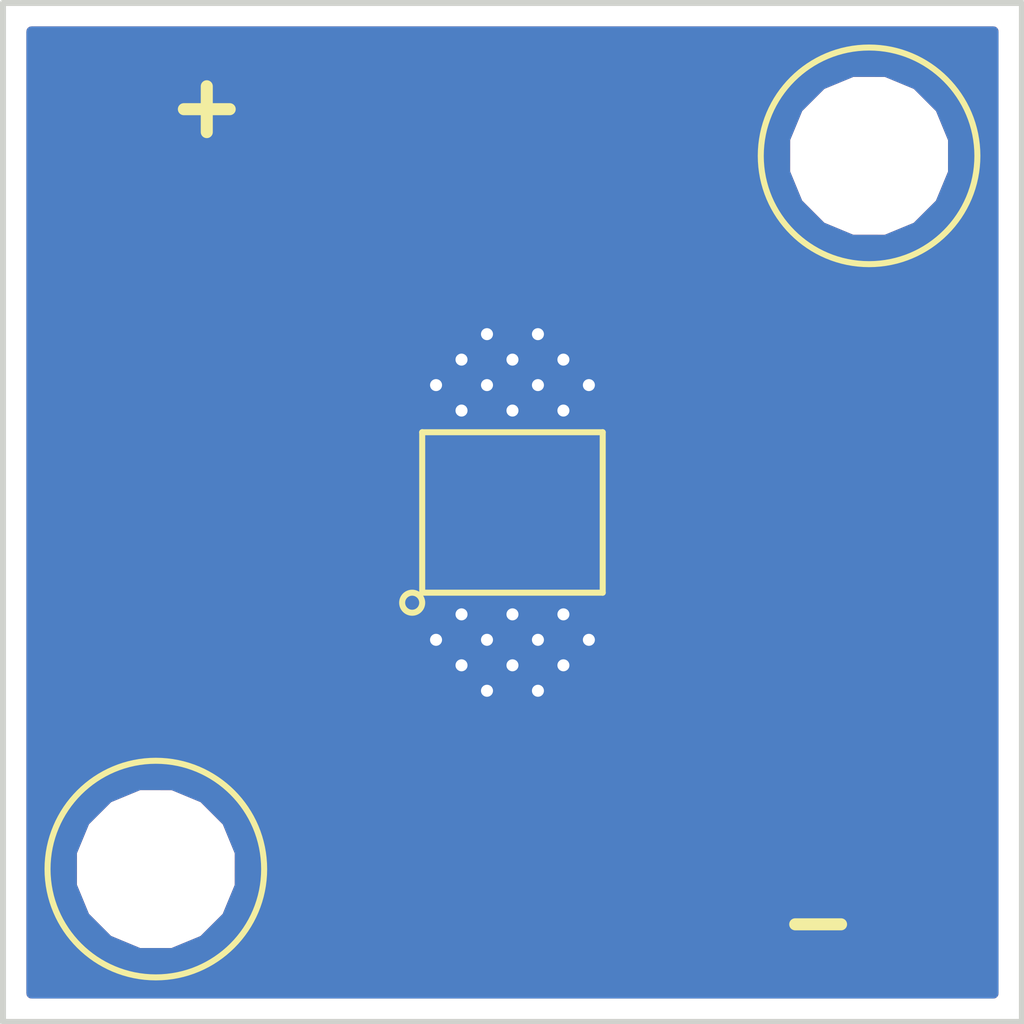
<source format=kicad_pcb>
(kicad_pcb (version 4) (host pcbnew 4.0.0-rc1-stable)

  (general
    (links 2)
    (no_connects 0)
    (area -0.075001 -0.075001 25.475001 25.475001)
    (thickness 1.6)
    (drawings 6)
    (tracks 9)
    (zones 0)
    (modules 29)
    (nets 4)
  )

  (page A4)
  (layers
    (0 F.Cu signal)
    (31 B.Cu signal)
    (32 B.Adhes user)
    (33 F.Adhes user)
    (34 B.Paste user)
    (35 F.Paste user)
    (36 B.SilkS user)
    (37 F.SilkS user)
    (38 B.Mask user)
    (39 F.Mask user)
    (40 Dwgs.User user)
    (41 Cmts.User user)
    (42 Eco1.User user)
    (43 Eco2.User user)
    (44 Edge.Cuts user)
    (45 Margin user)
    (46 B.CrtYd user)
    (47 F.CrtYd user)
    (48 B.Fab user)
    (49 F.Fab user)
  )

  (setup
    (last_trace_width 0.25)
    (trace_clearance 0.2)
    (zone_clearance 0.508)
    (zone_45_only no)
    (trace_min 0.2)
    (segment_width 0.2)
    (edge_width 0.15)
    (via_size 0.6)
    (via_drill 0.4)
    (via_min_size 0.4)
    (via_min_drill 0.3)
    (uvia_size 0.3)
    (uvia_drill 0.1)
    (uvias_allowed no)
    (uvia_min_size 0.2)
    (uvia_min_drill 0.1)
    (pcb_text_width 0.3)
    (pcb_text_size 1.5 1.5)
    (mod_edge_width 0.15)
    (mod_text_size 1 1)
    (mod_text_width 0.15)
    (pad_size 0.6 0.6)
    (pad_drill 0.3)
    (pad_to_mask_clearance 0)
    (aux_axis_origin 0 0)
    (visible_elements FFFFFF7F)
    (pcbplotparams
      (layerselection 0x00030_80000001)
      (usegerberextensions false)
      (excludeedgelayer true)
      (linewidth 0.100000)
      (plotframeref false)
      (viasonmask false)
      (mode 1)
      (useauxorigin false)
      (hpglpennumber 1)
      (hpglpenspeed 20)
      (hpglpendiameter 15)
      (hpglpenoverlay 2)
      (psnegative false)
      (psa4output false)
      (plotreference true)
      (plotvalue true)
      (plotinvisibletext false)
      (padsonsilk false)
      (subtractmaskfromsilk false)
      (outputformat 1)
      (mirror false)
      (drillshape 1)
      (scaleselection 1)
      (outputdirectory ""))
  )

  (net 0 "")
  (net 1 "Net-(D1-Pad1)")
  (net 2 "Net-(D1-Pad2)")
  (net 3 Thermal)

  (net_class Default "This is the default net class."
    (clearance 0.2)
    (trace_width 0.25)
    (via_dia 0.6)
    (via_drill 0.4)
    (uvia_dia 0.3)
    (uvia_drill 0.1)
    (add_net "Net-(D1-Pad1)")
    (add_net "Net-(D1-Pad2)")
    (add_net Thermal)
  )

  (module .pretty:VIA-0.6mm (layer F.Cu) (tedit 57E9704B) (tstamp 57E97107)
    (at 12.065 8.255 180)
    (fp_text reference REF** (at 0 1.397 180) (layer F.SilkS) hide
      (effects (font (size 1 1) (thickness 0.15)))
    )
    (fp_text value VIA-0.6mm (at 0 -1.27 180) (layer F.Fab) hide
      (effects (font (size 1 1) (thickness 0.15)))
    )
    (pad 1 thru_hole circle (at 0 0 180) (size 0.6 0.6) (drill 0.3) (layers *.Cu)
      (net 3 Thermal))
  )

  (module .pretty:VIA-0.6mm (layer F.Cu) (tedit 57E9704B) (tstamp 57E97103)
    (at 13.335 8.255 180)
    (fp_text reference REF** (at 0 1.397 180) (layer F.SilkS) hide
      (effects (font (size 1 1) (thickness 0.15)))
    )
    (fp_text value VIA-0.6mm (at 0 -1.27 180) (layer F.Fab) hide
      (effects (font (size 1 1) (thickness 0.15)))
    )
    (pad 1 thru_hole circle (at 0 0 180) (size 0.6 0.6) (drill 0.3) (layers *.Cu)
      (net 3 Thermal))
  )

  (module .pretty:VIA-0.6mm (layer F.Cu) (tedit 57E9704B) (tstamp 57E970FF)
    (at 13.97 8.89 180)
    (fp_text reference REF** (at 0 1.397 180) (layer F.SilkS) hide
      (effects (font (size 1 1) (thickness 0.15)))
    )
    (fp_text value VIA-0.6mm (at 0 -1.27 180) (layer F.Fab) hide
      (effects (font (size 1 1) (thickness 0.15)))
    )
    (pad 1 thru_hole circle (at 0 0 180) (size 0.6 0.6) (drill 0.3) (layers *.Cu)
      (net 3 Thermal))
  )

  (module .pretty:VIA-0.6mm (layer F.Cu) (tedit 57E9704B) (tstamp 57E970FB)
    (at 12.7 8.89 180)
    (fp_text reference REF** (at 0 1.397 180) (layer F.SilkS) hide
      (effects (font (size 1 1) (thickness 0.15)))
    )
    (fp_text value VIA-0.6mm (at 0 -1.27 180) (layer F.Fab) hide
      (effects (font (size 1 1) (thickness 0.15)))
    )
    (pad 1 thru_hole circle (at 0 0 180) (size 0.6 0.6) (drill 0.3) (layers *.Cu)
      (net 3 Thermal))
  )

  (module .pretty:VIA-0.6mm (layer F.Cu) (tedit 57E9704B) (tstamp 57E970F7)
    (at 11.43 8.89 180)
    (fp_text reference REF** (at 0 1.397 180) (layer F.SilkS) hide
      (effects (font (size 1 1) (thickness 0.15)))
    )
    (fp_text value VIA-0.6mm (at 0 -1.27 180) (layer F.Fab) hide
      (effects (font (size 1 1) (thickness 0.15)))
    )
    (pad 1 thru_hole circle (at 0 0 180) (size 0.6 0.6) (drill 0.3) (layers *.Cu)
      (net 3 Thermal))
  )

  (module .pretty:VIA-0.6mm (layer F.Cu) (tedit 57E9704B) (tstamp 57E970F3)
    (at 10.795 9.525 180)
    (fp_text reference REF** (at 0 1.397 180) (layer F.SilkS) hide
      (effects (font (size 1 1) (thickness 0.15)))
    )
    (fp_text value VIA-0.6mm (at 0 -1.27 180) (layer F.Fab) hide
      (effects (font (size 1 1) (thickness 0.15)))
    )
    (pad 1 thru_hole circle (at 0 0 180) (size 0.6 0.6) (drill 0.3) (layers *.Cu)
      (net 3 Thermal))
  )

  (module .pretty:VIA-0.6mm (layer F.Cu) (tedit 57E9704B) (tstamp 57E970EF)
    (at 14.605 9.525 180)
    (fp_text reference REF** (at 0 1.397 180) (layer F.SilkS) hide
      (effects (font (size 1 1) (thickness 0.15)))
    )
    (fp_text value VIA-0.6mm (at 0 -1.27 180) (layer F.Fab) hide
      (effects (font (size 1 1) (thickness 0.15)))
    )
    (pad 1 thru_hole circle (at 0 0 180) (size 0.6 0.6) (drill 0.3) (layers *.Cu)
      (net 3 Thermal))
  )

  (module .pretty:VIA-0.6mm (layer F.Cu) (tedit 57E9704B) (tstamp 57E970EB)
    (at 13.335 9.525 180)
    (fp_text reference REF** (at 0 1.397 180) (layer F.SilkS) hide
      (effects (font (size 1 1) (thickness 0.15)))
    )
    (fp_text value VIA-0.6mm (at 0 -1.27 180) (layer F.Fab) hide
      (effects (font (size 1 1) (thickness 0.15)))
    )
    (pad 1 thru_hole circle (at 0 0 180) (size 0.6 0.6) (drill 0.3) (layers *.Cu)
      (net 3 Thermal))
  )

  (module .pretty:VIA-0.6mm (layer F.Cu) (tedit 57E9704B) (tstamp 57E970E7)
    (at 12.065 9.525 180)
    (fp_text reference REF** (at 0 1.397 180) (layer F.SilkS) hide
      (effects (font (size 1 1) (thickness 0.15)))
    )
    (fp_text value VIA-0.6mm (at 0 -1.27 180) (layer F.Fab) hide
      (effects (font (size 1 1) (thickness 0.15)))
    )
    (pad 1 thru_hole circle (at 0 0 180) (size 0.6 0.6) (drill 0.3) (layers *.Cu)
      (net 3 Thermal))
  )

  (module .pretty:VIA-0.6mm (layer F.Cu) (tedit 57E9704B) (tstamp 57E970E3)
    (at 11.43 10.16 180)
    (fp_text reference REF** (at 0 1.397 180) (layer F.SilkS) hide
      (effects (font (size 1 1) (thickness 0.15)))
    )
    (fp_text value VIA-0.6mm (at 0 -1.27 180) (layer F.Fab) hide
      (effects (font (size 1 1) (thickness 0.15)))
    )
    (pad 1 thru_hole circle (at 0 0 180) (size 0.6 0.6) (drill 0.3) (layers *.Cu)
      (net 3 Thermal))
  )

  (module .pretty:VIA-0.6mm (layer F.Cu) (tedit 57E9704B) (tstamp 57E970DF)
    (at 13.97 10.16 180)
    (fp_text reference REF** (at 0 1.397 180) (layer F.SilkS) hide
      (effects (font (size 1 1) (thickness 0.15)))
    )
    (fp_text value VIA-0.6mm (at 0 -1.27 180) (layer F.Fab) hide
      (effects (font (size 1 1) (thickness 0.15)))
    )
    (pad 1 thru_hole circle (at 0 0 180) (size 0.6 0.6) (drill 0.3) (layers *.Cu)
      (net 3 Thermal))
  )

  (module .pretty:VIA-0.6mm (layer F.Cu) (tedit 57E9704B) (tstamp 57E970D9)
    (at 12.7 10.16 180)
    (fp_text reference REF** (at 0 1.397 180) (layer F.SilkS) hide
      (effects (font (size 1 1) (thickness 0.15)))
    )
    (fp_text value VIA-0.6mm (at 0 -1.27 180) (layer F.Fab) hide
      (effects (font (size 1 1) (thickness 0.15)))
    )
    (pad 1 thru_hole circle (at 0 0 180) (size 0.6 0.6) (drill 0.3) (layers *.Cu)
      (net 3 Thermal))
  )

  (module .pretty:VIA-0.6mm (layer F.Cu) (tedit 57E9704B) (tstamp 57E970B8)
    (at 13.335 17.145 180)
    (fp_text reference REF** (at 0 1.397 180) (layer F.SilkS) hide
      (effects (font (size 1 1) (thickness 0.15)))
    )
    (fp_text value VIA-0.6mm (at 0 -1.27 180) (layer F.Fab) hide
      (effects (font (size 1 1) (thickness 0.15)))
    )
    (pad 1 thru_hole circle (at 0 0 180) (size 0.6 0.6) (drill 0.3) (layers *.Cu)
      (net 3 Thermal))
  )

  (module .pretty:VIA-0.6mm (layer F.Cu) (tedit 57E9704B) (tstamp 57E970B4)
    (at 12.065 17.145 180)
    (fp_text reference REF** (at 0 1.397 180) (layer F.SilkS) hide
      (effects (font (size 1 1) (thickness 0.15)))
    )
    (fp_text value VIA-0.6mm (at 0 -1.27 180) (layer F.Fab) hide
      (effects (font (size 1 1) (thickness 0.15)))
    )
    (pad 1 thru_hole circle (at 0 0 180) (size 0.6 0.6) (drill 0.3) (layers *.Cu)
      (net 3 Thermal))
  )

  (module .pretty:VIA-0.6mm (layer F.Cu) (tedit 57E9704B) (tstamp 57E970B0)
    (at 13.97 16.51 180)
    (fp_text reference REF** (at 0 1.397 180) (layer F.SilkS) hide
      (effects (font (size 1 1) (thickness 0.15)))
    )
    (fp_text value VIA-0.6mm (at 0 -1.27 180) (layer F.Fab) hide
      (effects (font (size 1 1) (thickness 0.15)))
    )
    (pad 1 thru_hole circle (at 0 0 180) (size 0.6 0.6) (drill 0.3) (layers *.Cu)
      (net 3 Thermal))
  )

  (module .pretty:VIA-0.6mm (layer F.Cu) (tedit 57E9704B) (tstamp 57E970AC)
    (at 11.43 16.51 180)
    (fp_text reference REF** (at 0 1.397 180) (layer F.SilkS) hide
      (effects (font (size 1 1) (thickness 0.15)))
    )
    (fp_text value VIA-0.6mm (at 0 -1.27 180) (layer F.Fab) hide
      (effects (font (size 1 1) (thickness 0.15)))
    )
    (pad 1 thru_hole circle (at 0 0 180) (size 0.6 0.6) (drill 0.3) (layers *.Cu)
      (net 3 Thermal))
  )

  (module .pretty:VIA-0.6mm (layer F.Cu) (tedit 57E9704B) (tstamp 57E970A8)
    (at 10.795 15.875 180)
    (fp_text reference REF** (at 0 1.397 180) (layer F.SilkS) hide
      (effects (font (size 1 1) (thickness 0.15)))
    )
    (fp_text value VIA-0.6mm (at 0 -1.27 180) (layer F.Fab) hide
      (effects (font (size 1 1) (thickness 0.15)))
    )
    (pad 1 thru_hole circle (at 0 0 180) (size 0.6 0.6) (drill 0.3) (layers *.Cu)
      (net 3 Thermal))
  )

  (module .pretty:VIA-0.6mm (layer F.Cu) (tedit 57E9704B) (tstamp 57E970A4)
    (at 14.605 15.875 180)
    (fp_text reference REF** (at 0 1.397 180) (layer F.SilkS) hide
      (effects (font (size 1 1) (thickness 0.15)))
    )
    (fp_text value VIA-0.6mm (at 0 -1.27 180) (layer F.Fab) hide
      (effects (font (size 1 1) (thickness 0.15)))
    )
    (pad 1 thru_hole circle (at 0 0 180) (size 0.6 0.6) (drill 0.3) (layers *.Cu)
      (net 3 Thermal))
  )

  (module .pretty:VIA-0.6mm (layer F.Cu) (tedit 57E9704B) (tstamp 57E9709F)
    (at 12.7 16.51 180)
    (fp_text reference REF** (at 0 1.397 180) (layer F.SilkS) hide
      (effects (font (size 1 1) (thickness 0.15)))
    )
    (fp_text value VIA-0.6mm (at 0 -1.27 180) (layer F.Fab) hide
      (effects (font (size 1 1) (thickness 0.15)))
    )
    (pad 1 thru_hole circle (at 0 0 180) (size 0.6 0.6) (drill 0.3) (layers *.Cu)
      (net 3 Thermal))
  )

  (module .pretty:VIA-0.6mm (layer F.Cu) (tedit 57E9704B) (tstamp 57E97088)
    (at 12.065 15.875 180)
    (fp_text reference REF** (at 0 1.397 180) (layer F.SilkS) hide
      (effects (font (size 1 1) (thickness 0.15)))
    )
    (fp_text value VIA-0.6mm (at 0 -1.27 180) (layer F.Fab) hide
      (effects (font (size 1 1) (thickness 0.15)))
    )
    (pad 1 thru_hole circle (at 0 0 180) (size 0.6 0.6) (drill 0.3) (layers *.Cu)
      (net 3 Thermal))
  )

  (module .pretty:VIA-0.6mm (layer F.Cu) (tedit 57E9704B) (tstamp 57E97084)
    (at 13.335 15.875 180)
    (fp_text reference REF** (at 0 1.397 180) (layer F.SilkS) hide
      (effects (font (size 1 1) (thickness 0.15)))
    )
    (fp_text value VIA-0.6mm (at 0 -1.27 180) (layer F.Fab) hide
      (effects (font (size 1 1) (thickness 0.15)))
    )
    (pad 1 thru_hole circle (at 0 0 180) (size 0.6 0.6) (drill 0.3) (layers *.Cu)
      (net 3 Thermal))
  )

  (module .pretty:VIA-0.6mm (layer F.Cu) (tedit 57E9704B) (tstamp 57E97080)
    (at 13.97 15.24 180)
    (fp_text reference REF** (at 0 1.397 180) (layer F.SilkS) hide
      (effects (font (size 1 1) (thickness 0.15)))
    )
    (fp_text value VIA-0.6mm (at 0 -1.27 180) (layer F.Fab) hide
      (effects (font (size 1 1) (thickness 0.15)))
    )
    (pad 1 thru_hole circle (at 0 0 180) (size 0.6 0.6) (drill 0.3) (layers *.Cu)
      (net 3 Thermal))
  )

  (module .pretty:VIA-0.6mm (layer F.Cu) (tedit 57E9704B) (tstamp 57E9707C)
    (at 12.7 15.24 180)
    (fp_text reference REF** (at 0 1.397 180) (layer F.SilkS) hide
      (effects (font (size 1 1) (thickness 0.15)))
    )
    (fp_text value VIA-0.6mm (at 0 -1.27 180) (layer F.Fab) hide
      (effects (font (size 1 1) (thickness 0.15)))
    )
    (pad 1 thru_hole circle (at 0 0 180) (size 0.6 0.6) (drill 0.3) (layers *.Cu)
      (net 3 Thermal))
  )

  (module .pretty:1pin (layer F.Cu) (tedit 565CC809) (tstamp 57E954EF)
    (at 3.81 21.59)
    (descr "module 1 pin (ou trou mecanique de percage)")
    (tags DEV)
    (fp_text reference REF** (at 0 -3.048) (layer F.SilkS) hide
      (effects (font (size 1 1) (thickness 0.15)))
    )
    (fp_text value 1pin (at 0 2.794) (layer F.Fab) hide
      (effects (font (size 1 1) (thickness 0.15)))
    )
    (fp_circle (center 0 0) (end 0 -2.7) (layer F.SilkS) (width 0.15))
    (pad "" np_thru_hole circle (at 0 0) (size 2.921 2.921) (drill 2.921) (layers *.Cu *.Mask))
  )

  (module .pretty:Wire_Pad5x2.5mm (layer F.Cu) (tedit 570699EE) (tstamp 57E9536D)
    (at 5.08 5.08)
    (path /57E9500D)
    (fp_text reference P2 (at 0 2.25) (layer F.SilkS) hide
      (effects (font (size 1 1) (thickness 0.15)))
    )
    (fp_text value CONN_01X01 (at 0 -2.25) (layer F.Fab) hide
      (effects (font (size 1 1) (thickness 0.15)))
    )
    (pad 1 smd rect (at 0 0) (size 5 2.5) (layers F.Cu F.Paste F.Mask)
      (net 1 "Net-(D1-Pad1)"))
  )

  (module .pretty:Wire_Pad5x2.5mm (layer F.Cu) (tedit 570699EE) (tstamp 57E95368)
    (at 20.32 20.32)
    (path /57E94FBA)
    (fp_text reference P1 (at 0 2.25) (layer F.SilkS) hide
      (effects (font (size 1 1) (thickness 0.15)))
    )
    (fp_text value CONN_01X01 (at 0 -2.25) (layer F.Fab) hide
      (effects (font (size 1 1) (thickness 0.15)))
    )
    (pad 1 smd rect (at 0 0) (size 5 2.5) (layers F.Cu F.Paste F.Mask)
      (net 2 "Net-(D1-Pad2)"))
  )

  (module .pretty:EAUVA35352 (layer F.Cu) (tedit 57E96FA3) (tstamp 57E95363)
    (at 12.7 12.7)
    (path /57E94F89)
    (fp_text reference D1 (at 0 2.75) (layer F.SilkS) hide
      (effects (font (size 1 1) (thickness 0.15)))
    )
    (fp_text value Led_W/Thermal_Pad (at 0 -2.75) (layer F.Fab) hide
      (effects (font (size 1 1) (thickness 0.15)))
    )
    (fp_circle (center -2.5 2.25) (end -2.25 2.25) (layer F.SilkS) (width 0.15))
    (fp_line (start -2.25 -2) (end -2.25 2) (layer F.SilkS) (width 0.15))
    (fp_line (start -2.25 2) (end 2.25 2) (layer F.SilkS) (width 0.15))
    (fp_line (start 2.25 2) (end 2.25 -2) (layer F.SilkS) (width 0.15))
    (fp_line (start -2.25 -2) (end 2.25 -2) (layer F.SilkS) (width 0.15))
    (pad 1 smd rect (at -1.35 0) (size 0.8 3.3) (layers F.Cu F.Paste F.Mask)
      (net 1 "Net-(D1-Pad1)"))
    (pad 2 smd rect (at 1.35 0) (size 0.8 3.3) (layers F.Cu F.Paste F.Mask)
      (net 2 "Net-(D1-Pad2)"))
    (pad 3 smd rect (at 0 0) (size 1.3 3.3) (layers F.Cu F.Paste F.Mask)
      (net 3 Thermal))
  )

  (module .pretty:1pin (layer F.Cu) (tedit 565CC809) (tstamp 57E954FA)
    (at 21.59 3.81)
    (descr "module 1 pin (ou trou mecanique de percage)")
    (tags DEV)
    (fp_text reference REF** (at 0 -3.048) (layer F.SilkS) hide
      (effects (font (size 1 1) (thickness 0.15)))
    )
    (fp_text value 1pin (at 0 2.794) (layer F.Fab) hide
      (effects (font (size 1 1) (thickness 0.15)))
    )
    (fp_circle (center 0 0) (end 0 -2.7) (layer F.SilkS) (width 0.15))
    (pad "" np_thru_hole circle (at 0 0) (size 2.921 2.921) (drill 2.921) (layers *.Cu *.Mask))
  )

  (module .pretty:VIA-0.6mm (layer F.Cu) (tedit 57E9704B) (tstamp 57E96EC3)
    (at 11.43 15.24 180)
    (fp_text reference REF** (at 0 1.397 180) (layer F.SilkS) hide
      (effects (font (size 1 1) (thickness 0.15)))
    )
    (fp_text value VIA-0.6mm (at 0 -1.27 180) (layer F.Fab) hide
      (effects (font (size 1 1) (thickness 0.15)))
    )
    (pad 1 thru_hole circle (at 0 0 180) (size 0.6 0.6) (drill 0.3) (layers *.Cu)
      (net 3 Thermal))
  )

  (gr_text - (at 20.32 22.86) (layer F.SilkS) (tstamp 57E954BB)
    (effects (font (size 1.5 1.5) (thickness 0.3)))
  )
  (gr_text + (at 5.08 2.54) (layer F.SilkS)
    (effects (font (size 1.5 1.5) (thickness 0.3)))
  )
  (gr_line (start 0 25.4) (end 0 0) (layer Edge.Cuts) (width 0.15))
  (gr_line (start 25.4 25.4) (end 0 25.4) (layer Edge.Cuts) (width 0.15))
  (gr_line (start 25.4 0) (end 25.4 25.4) (layer Edge.Cuts) (width 0.15))
  (gr_line (start 0 0) (end 25.4 0) (layer Edge.Cuts) (width 0.15))

  (segment (start 5.08 5.08) (end 5.08 11.816846) (width 0.635) (layer F.Cu) (net 1))
  (segment (start 5.08 11.816846) (end 5.963154 12.7) (width 0.635) (layer F.Cu) (net 1))
  (segment (start 5.963154 12.7) (end 11.35 12.7) (width 0.635) (layer F.Cu) (net 1))
  (segment (start 19.027567 12.7) (end 14.05 12.7) (width 0.635) (layer F.Cu) (net 2))
  (segment (start 20.32 20.32) (end 20.32 14.010632) (width 0.635) (layer F.Cu) (net 2))
  (segment (start 19.027567 12.7) (end 19.027567 12.718199) (width 0.635) (layer F.Cu) (net 2))
  (segment (start 19.027567 12.718199) (end 20.32 14.010632) (width 0.635) (layer F.Cu) (net 2))
  (segment (start 12.7 12.7) (end 12.7 16.51) (width 1.27) (layer F.Cu) (net 3))
  (segment (start 12.7 12.7) (end 12.7 8.89) (width 1.27) (layer F.Cu) (net 3))

  (zone (net 3) (net_name Thermal) (layer F.Cu) (tstamp 0) (hatch edge 0.508)
    (priority 1)
    (connect_pads (clearance 0.508))
    (min_thickness 0.254)
    (fill yes (arc_segments 16) (thermal_gap 0.508) (thermal_bridge_width 0.508))
    (polygon
      (pts
        (xy 25.4 25.4) (xy 0 25.4) (xy 0 0) (xy 25.4 0) (xy 25.4 25.4)
      )
    )
    (filled_polygon
      (pts
        (xy 24.69 24.69) (xy 0.71 24.69) (xy 0.71 22.004992) (xy 1.714137 22.004992) (xy 2.032486 22.775455)
        (xy 2.621445 23.365442) (xy 3.391351 23.685135) (xy 4.224992 23.685863) (xy 4.995455 23.367514) (xy 5.585442 22.778555)
        (xy 5.905135 22.008649) (xy 5.905863 21.175008) (xy 5.587514 20.404545) (xy 4.998555 19.814558) (xy 4.228649 19.494865)
        (xy 3.395008 19.494137) (xy 2.624545 19.812486) (xy 2.034558 20.401445) (xy 1.714865 21.171351) (xy 1.714137 22.004992)
        (xy 0.71 22.004992) (xy 0.71 17.789424) (xy 11.600181 17.789424) (xy 11.612393 17.984025) (xy 11.967927 18.093363)
        (xy 12.338239 18.058322) (xy 12.517607 17.984025) (xy 12.529819 17.789424) (xy 12.870181 17.789424) (xy 12.882393 17.984025)
        (xy 13.237927 18.093363) (xy 13.608239 18.058322) (xy 13.787607 17.984025) (xy 13.799819 17.789424) (xy 13.335 17.324605)
        (xy 12.870181 17.789424) (xy 12.529819 17.789424) (xy 12.065 17.324605) (xy 11.600181 17.789424) (xy 0.71 17.789424)
        (xy 0.71 16.519424) (xy 10.330181 16.519424) (xy 10.342393 16.714025) (xy 10.515156 16.767155) (xy 10.516678 16.783239)
        (xy 10.590975 16.962607) (xy 10.785576 16.974819) (xy 10.962022 16.798373) (xy 11.068239 16.788322) (xy 11.215193 16.727451)
        (xy 11.136604 16.983001) (xy 10.965181 17.154424) (xy 10.977393 17.349025) (xy 11.150156 17.402155) (xy 11.151678 17.418239)
        (xy 11.225975 17.597607) (xy 11.420576 17.609819) (xy 11.597022 17.433373) (xy 11.703239 17.423322) (xy 11.882607 17.349025)
        (xy 11.894819 17.154424) (xy 11.420576 16.680181) (xy 11.249055 16.690945) (xy 11.259819 16.519424) (xy 10.785576 16.045181)
        (xy 10.590975 16.057393) (xy 10.501604 16.348001) (xy 10.330181 16.519424) (xy 0.71 16.519424) (xy 0.71 15.777927)
        (xy 9.846637 15.777927) (xy 9.881678 16.148239) (xy 9.955975 16.327607) (xy 10.150576 16.339819) (xy 10.615395 15.875)
        (xy 10.150576 15.410181) (xy 9.955975 15.422393) (xy 9.846637 15.777927) (xy 0.71 15.777927) (xy 0.71 3.83)
        (xy 1.93256 3.83) (xy 1.93256 6.33) (xy 1.976838 6.565317) (xy 2.11591 6.781441) (xy 2.32811 6.926431)
        (xy 2.58 6.97744) (xy 4.1275 6.97744) (xy 4.1275 11.816846) (xy 4.200005 12.181352) (xy 4.406481 12.490365)
        (xy 5.289635 13.373519) (xy 5.598648 13.579995) (xy 5.963154 13.6525) (xy 10.30256 13.6525) (xy 10.30256 14.35)
        (xy 10.346838 14.585317) (xy 10.48591 14.801441) (xy 10.569161 14.858324) (xy 10.537845 14.960156) (xy 10.521761 14.961678)
        (xy 10.342393 15.035975) (xy 10.330181 15.230576) (xy 10.506627 15.407022) (xy 10.516678 15.513239) (xy 10.590975 15.692607)
        (xy 10.785576 15.704819) (xy 11.259819 15.230576) (xy 11.258149 15.203961) (xy 11.415858 15.046253) (xy 11.43 15.060395)
        (xy 11.444143 15.046253) (xy 11.601851 15.203961) (xy 11.600181 15.230576) (xy 11.776627 15.407022) (xy 11.786678 15.513239)
        (xy 11.847549 15.660193) (xy 11.709844 15.617845) (xy 11.708322 15.601761) (xy 11.634025 15.422393) (xy 11.439424 15.410181)
        (xy 11.43 15.419605) (xy 11.420576 15.410181) (xy 11.225975 15.422393) (xy 11.172845 15.595156) (xy 11.156761 15.596678)
        (xy 10.977393 15.670975) (xy 10.965181 15.865576) (xy 10.974605 15.875) (xy 10.965181 15.884424) (xy 10.977393 16.079025)
        (xy 11.150156 16.132155) (xy 11.151678 16.148239) (xy 11.225975 16.327607) (xy 11.420576 16.339819) (xy 11.43 16.330395)
        (xy 11.439424 16.339819) (xy 11.610945 16.329055) (xy 11.600181 16.500576) (xy 11.609605 16.51) (xy 11.600181 16.519424)
        (xy 11.612393 16.714025) (xy 11.785156 16.767155) (xy 11.786678 16.783239) (xy 11.860975 16.962607) (xy 12.055576 16.974819)
        (xy 12.065 16.965395) (xy 12.074424 16.974819) (xy 12.269025 16.962607) (xy 12.322155 16.789844) (xy 12.338239 16.788322)
        (xy 12.485193 16.727451) (xy 12.406604 16.983001) (xy 12.235181 17.154424) (xy 12.247393 17.349025) (xy 12.420156 17.402155)
        (xy 12.421678 17.418239) (xy 12.495975 17.597607) (xy 12.690576 17.609819) (xy 12.7 17.600395) (xy 12.709424 17.609819)
        (xy 12.904025 17.597607) (xy 12.957155 17.424844) (xy 12.973239 17.423322) (xy 13.152607 17.349025) (xy 13.164819 17.154424)
        (xy 13.505181 17.154424) (xy 13.517393 17.349025) (xy 13.808001 17.438396) (xy 13.979424 17.609819) (xy 14.174025 17.597607)
        (xy 14.227155 17.424844) (xy 14.243239 17.423322) (xy 14.422607 17.349025) (xy 14.434819 17.154424) (xy 14.258373 16.977978)
        (xy 14.248322 16.871761) (xy 14.187451 16.724807) (xy 14.443001 16.803396) (xy 14.614424 16.974819) (xy 14.809025 16.962607)
        (xy 14.862155 16.789844) (xy 14.878239 16.788322) (xy 15.057607 16.714025) (xy 15.069819 16.519424) (xy 14.893373 16.342978)
        (xy 14.883322 16.236761) (xy 14.809025 16.057393) (xy 14.614424 16.045181) (xy 14.140181 16.519424) (xy 14.150945 16.690945)
        (xy 13.979424 16.680181) (xy 13.505181 17.154424) (xy 13.164819 17.154424) (xy 12.988373 16.977978) (xy 12.978322 16.871761)
        (xy 12.917451 16.724807) (xy 13.055156 16.767155) (xy 13.056678 16.783239) (xy 13.130975 16.962607) (xy 13.325576 16.974819)
        (xy 13.335 16.965395) (xy 13.344424 16.974819) (xy 13.539025 16.962607) (xy 13.592155 16.789844) (xy 13.608239 16.788322)
        (xy 13.787607 16.714025) (xy 13.799819 16.519424) (xy 13.790395 16.51) (xy 13.799819 16.500576) (xy 13.789055 16.329055)
        (xy 13.960576 16.339819) (xy 13.97 16.330395) (xy 13.979424 16.339819) (xy 14.174025 16.327607) (xy 14.227155 16.154844)
        (xy 14.243239 16.153322) (xy 14.422607 16.079025) (xy 14.434819 15.884424) (xy 14.425395 15.875) (xy 14.784605 15.875)
        (xy 15.249424 16.339819) (xy 15.444025 16.327607) (xy 15.553363 15.972073) (xy 15.518322 15.601761) (xy 15.444025 15.422393)
        (xy 15.249424 15.410181) (xy 14.784605 15.875) (xy 14.425395 15.875) (xy 14.434819 15.865576) (xy 14.422607 15.670975)
        (xy 14.249844 15.617845) (xy 14.248322 15.601761) (xy 14.174025 15.422393) (xy 13.979424 15.410181) (xy 13.97 15.419605)
        (xy 13.960576 15.410181) (xy 13.765975 15.422393) (xy 13.712845 15.595156) (xy 13.696761 15.596678) (xy 13.549807 15.657549)
        (xy 13.628396 15.401999) (xy 13.799819 15.230576) (xy 13.798149 15.203961) (xy 13.955858 15.046253) (xy 13.97 15.060395)
        (xy 13.984143 15.046253) (xy 14.141851 15.203961) (xy 14.140181 15.230576) (xy 14.614424 15.704819) (xy 14.809025 15.692607)
        (xy 14.898396 15.401999) (xy 15.069819 15.230576) (xy 15.057607 15.035975) (xy 14.884844 14.982845) (xy 14.883322 14.966761)
        (xy 14.837205 14.855425) (xy 14.901441 14.81409) (xy 15.046431 14.60189) (xy 15.09744 14.35) (xy 15.09744 13.6525)
        (xy 18.61483 13.6525) (xy 19.3675 14.40517) (xy 19.3675 18.42256) (xy 17.82 18.42256) (xy 17.584683 18.466838)
        (xy 17.368559 18.60591) (xy 17.223569 18.81811) (xy 17.17256 19.07) (xy 17.17256 21.57) (xy 17.216838 21.805317)
        (xy 17.35591 22.021441) (xy 17.56811 22.166431) (xy 17.82 22.21744) (xy 22.82 22.21744) (xy 23.055317 22.173162)
        (xy 23.271441 22.03409) (xy 23.416431 21.82189) (xy 23.46744 21.57) (xy 23.46744 19.07) (xy 23.423162 18.834683)
        (xy 23.28409 18.618559) (xy 23.07189 18.473569) (xy 22.82 18.42256) (xy 21.2725 18.42256) (xy 21.2725 14.010632)
        (xy 21.199995 13.646126) (xy 20.993519 13.337113) (xy 19.737733 12.081327) (xy 19.701086 12.026481) (xy 19.392073 11.820005)
        (xy 19.027567 11.7475) (xy 15.09744 11.7475) (xy 15.09744 11.05) (xy 15.053162 10.814683) (xy 14.91409 10.598559)
        (xy 14.830839 10.541676) (xy 14.862155 10.439844) (xy 14.878239 10.438322) (xy 15.057607 10.364025) (xy 15.069819 10.169424)
        (xy 14.893373 9.992978) (xy 14.883322 9.886761) (xy 14.809025 9.707393) (xy 14.614424 9.695181) (xy 14.140181 10.169424)
        (xy 14.141851 10.196039) (xy 13.984143 10.353748) (xy 13.97 10.339605) (xy 13.955858 10.353748) (xy 13.798149 10.196039)
        (xy 13.799819 10.169424) (xy 13.623373 9.992978) (xy 13.613322 9.886761) (xy 13.552451 9.739807) (xy 13.690156 9.782155)
        (xy 13.691678 9.798239) (xy 13.765975 9.977607) (xy 13.960576 9.989819) (xy 13.97 9.980395) (xy 13.979424 9.989819)
        (xy 14.174025 9.977607) (xy 14.227155 9.804844) (xy 14.243239 9.803322) (xy 14.422607 9.729025) (xy 14.434819 9.534424)
        (xy 14.425395 9.525) (xy 14.784605 9.525) (xy 15.249424 9.989819) (xy 15.444025 9.977607) (xy 15.553363 9.622073)
        (xy 15.518322 9.251761) (xy 15.444025 9.072393) (xy 15.249424 9.060181) (xy 14.784605 9.525) (xy 14.425395 9.525)
        (xy 14.434819 9.515576) (xy 14.422607 9.320975) (xy 14.249844 9.267845) (xy 14.248322 9.251761) (xy 14.174025 9.072393)
        (xy 13.979424 9.060181) (xy 13.97 9.069605) (xy 13.960576 9.060181) (xy 13.789055 9.070945) (xy 13.799819 8.899424)
        (xy 13.790395 8.89) (xy 13.799819 8.880576) (xy 13.787607 8.685975) (xy 13.614844 8.632845) (xy 13.613322 8.616761)
        (xy 13.539025 8.437393) (xy 13.344424 8.425181) (xy 13.335 8.434605) (xy 13.325576 8.425181) (xy 13.130975 8.437393)
        (xy 13.077845 8.610156) (xy 13.061761 8.611678) (xy 12.914807 8.672549) (xy 12.993396 8.416999) (xy 13.164819 8.245576)
        (xy 13.505181 8.245576) (xy 13.979424 8.719819) (xy 14.150945 8.709055) (xy 14.140181 8.880576) (xy 14.614424 9.354819)
        (xy 14.809025 9.342607) (xy 14.898396 9.051999) (xy 15.069819 8.880576) (xy 15.057607 8.685975) (xy 14.884844 8.632845)
        (xy 14.883322 8.616761) (xy 14.809025 8.437393) (xy 14.614424 8.425181) (xy 14.437978 8.601627) (xy 14.331761 8.611678)
        (xy 14.184807 8.672549) (xy 14.263396 8.416999) (xy 14.434819 8.245576) (xy 14.422607 8.050975) (xy 14.249844 7.997845)
        (xy 14.248322 7.981761) (xy 14.174025 7.802393) (xy 13.979424 7.790181) (xy 13.802978 7.966627) (xy 13.696761 7.976678)
        (xy 13.517393 8.050975) (xy 13.505181 8.245576) (xy 13.164819 8.245576) (xy 13.152607 8.050975) (xy 12.979844 7.997845)
        (xy 12.978322 7.981761) (xy 12.904025 7.802393) (xy 12.709424 7.790181) (xy 12.7 7.799605) (xy 12.690576 7.790181)
        (xy 12.495975 7.802393) (xy 12.442845 7.975156) (xy 12.426761 7.976678) (xy 12.247393 8.050975) (xy 12.235181 8.245576)
        (xy 12.411627 8.422022) (xy 12.421678 8.528239) (xy 12.482549 8.675193) (xy 12.344844 8.632845) (xy 12.343322 8.616761)
        (xy 12.269025 8.437393) (xy 12.074424 8.425181) (xy 12.065 8.434605) (xy 12.055576 8.425181) (xy 11.860975 8.437393)
        (xy 11.807845 8.610156) (xy 11.791761 8.611678) (xy 11.612393 8.685975) (xy 11.600181 8.880576) (xy 11.609605 8.89)
        (xy 11.600181 8.899424) (xy 11.610945 9.070945) (xy 11.439424 9.060181) (xy 11.43 9.069605) (xy 11.420576 9.060181)
        (xy 11.225975 9.072393) (xy 11.172845 9.245156) (xy 11.156761 9.246678) (xy 10.977393 9.320975) (xy 10.965181 9.515576)
        (xy 10.974605 9.525) (xy 10.965181 9.534424) (xy 10.977393 9.729025) (xy 11.150156 9.782155) (xy 11.151678 9.798239)
        (xy 11.225975 9.977607) (xy 11.420576 9.989819) (xy 11.43 9.980395) (xy 11.439424 9.989819) (xy 11.634025 9.977607)
        (xy 11.687155 9.804844) (xy 11.703239 9.803322) (xy 11.850193 9.742451) (xy 11.771604 9.998001) (xy 11.600181 10.169424)
        (xy 11.601851 10.196039) (xy 11.444143 10.353748) (xy 11.43 10.339605) (xy 11.415858 10.353748) (xy 11.258149 10.196039)
        (xy 11.259819 10.169424) (xy 10.785576 9.695181) (xy 10.590975 9.707393) (xy 10.501604 9.998001) (xy 10.330181 10.169424)
        (xy 10.342393 10.364025) (xy 10.515156 10.417155) (xy 10.516678 10.433239) (xy 10.562795 10.544575) (xy 10.498559 10.58591)
        (xy 10.353569 10.79811) (xy 10.30256 11.05) (xy 10.30256 11.7475) (xy 6.357692 11.7475) (xy 6.0325 11.422308)
        (xy 6.0325 9.427927) (xy 9.846637 9.427927) (xy 9.881678 9.798239) (xy 9.955975 9.977607) (xy 10.150576 9.989819)
        (xy 10.615395 9.525) (xy 10.150576 9.060181) (xy 9.955975 9.072393) (xy 9.846637 9.427927) (xy 6.0325 9.427927)
        (xy 6.0325 8.880576) (xy 10.330181 8.880576) (xy 10.506627 9.057022) (xy 10.516678 9.163239) (xy 10.590975 9.342607)
        (xy 10.785576 9.354819) (xy 11.259819 8.880576) (xy 11.249055 8.709055) (xy 11.420576 8.719819) (xy 11.894819 8.245576)
        (xy 11.882607 8.050975) (xy 11.591999 7.961604) (xy 11.420576 7.790181) (xy 11.225975 7.802393) (xy 11.172845 7.975156)
        (xy 11.156761 7.976678) (xy 10.977393 8.050975) (xy 10.965181 8.245576) (xy 11.141627 8.422022) (xy 11.151678 8.528239)
        (xy 11.212549 8.675193) (xy 10.956999 8.596604) (xy 10.785576 8.425181) (xy 10.590975 8.437393) (xy 10.537845 8.610156)
        (xy 10.521761 8.611678) (xy 10.342393 8.685975) (xy 10.330181 8.880576) (xy 6.0325 8.880576) (xy 6.0325 7.610576)
        (xy 11.600181 7.610576) (xy 12.065 8.075395) (xy 12.529819 7.610576) (xy 12.870181 7.610576) (xy 13.335 8.075395)
        (xy 13.799819 7.610576) (xy 13.787607 7.415975) (xy 13.432073 7.306637) (xy 13.061761 7.341678) (xy 12.882393 7.415975)
        (xy 12.870181 7.610576) (xy 12.529819 7.610576) (xy 12.517607 7.415975) (xy 12.162073 7.306637) (xy 11.791761 7.341678)
        (xy 11.612393 7.415975) (xy 11.600181 7.610576) (xy 6.0325 7.610576) (xy 6.0325 6.97744) (xy 7.58 6.97744)
        (xy 7.815317 6.933162) (xy 8.031441 6.79409) (xy 8.176431 6.58189) (xy 8.22744 6.33) (xy 8.22744 4.224992)
        (xy 19.494137 4.224992) (xy 19.812486 4.995455) (xy 20.401445 5.585442) (xy 21.171351 5.905135) (xy 22.004992 5.905863)
        (xy 22.775455 5.587514) (xy 23.365442 4.998555) (xy 23.685135 4.228649) (xy 23.685863 3.395008) (xy 23.367514 2.624545)
        (xy 22.778555 2.034558) (xy 22.008649 1.714865) (xy 21.175008 1.714137) (xy 20.404545 2.032486) (xy 19.814558 2.621445)
        (xy 19.494865 3.391351) (xy 19.494137 4.224992) (xy 8.22744 4.224992) (xy 8.22744 3.83) (xy 8.183162 3.594683)
        (xy 8.04409 3.378559) (xy 7.83189 3.233569) (xy 7.58 3.18256) (xy 2.58 3.18256) (xy 2.344683 3.226838)
        (xy 2.128559 3.36591) (xy 1.983569 3.57811) (xy 1.93256 3.83) (xy 0.71 3.83) (xy 0.71 0.71)
        (xy 24.69 0.71)
      )
    )
    (filled_polygon
      (pts
        (xy 12.870181 16.500576) (xy 12.879605 16.51) (xy 12.870181 16.519424) (xy 12.880945 16.690945) (xy 12.709424 16.680181)
        (xy 12.7 16.689605) (xy 12.690576 16.680181) (xy 12.519055 16.690945) (xy 12.529819 16.519424) (xy 12.520395 16.51)
        (xy 12.529819 16.500576) (xy 12.519055 16.329055) (xy 12.690576 16.339819) (xy 12.7 16.330395) (xy 12.709424 16.339819)
        (xy 12.880945 16.329055)
      )
    )
    (filled_polygon
      (pts
        (xy 13.505181 15.865576) (xy 13.514605 15.875) (xy 13.505181 15.884424) (xy 13.515945 16.055945) (xy 13.344424 16.045181)
        (xy 13.335 16.054605) (xy 13.325576 16.045181) (xy 13.154055 16.055945) (xy 13.164819 15.884424) (xy 13.155395 15.875)
        (xy 13.164819 15.865576) (xy 13.154055 15.694055) (xy 13.325576 15.704819) (xy 13.335 15.695395) (xy 13.344424 15.704819)
        (xy 13.515945 15.694055)
      )
    )
    (filled_polygon
      (pts
        (xy 12.235181 15.865576) (xy 12.244605 15.875) (xy 12.235181 15.884424) (xy 12.245945 16.055945) (xy 12.074424 16.045181)
        (xy 12.065 16.054605) (xy 12.055576 16.045181) (xy 11.884055 16.055945) (xy 11.894819 15.884424) (xy 11.885395 15.875)
        (xy 11.894819 15.865576) (xy 11.884055 15.694055) (xy 12.055576 15.704819) (xy 12.065 15.695395) (xy 12.074424 15.704819)
        (xy 12.245945 15.694055)
      )
    )
    (filled_polygon
      (pts
        (xy 12.871851 15.203961) (xy 12.870181 15.230576) (xy 13.046627 15.407022) (xy 13.056678 15.513239) (xy 13.117549 15.660193)
        (xy 12.979844 15.617845) (xy 12.978322 15.601761) (xy 12.904025 15.422393) (xy 12.709424 15.410181) (xy 12.7 15.419605)
        (xy 12.690576 15.410181) (xy 12.495975 15.422393) (xy 12.442845 15.595156) (xy 12.426761 15.596678) (xy 12.279807 15.657549)
        (xy 12.358396 15.401999) (xy 12.529819 15.230576) (xy 12.528149 15.203961) (xy 12.685858 15.046253) (xy 12.7 15.060395)
        (xy 12.714143 15.046253)
      )
    )
    (filled_polygon
      (pts
        (xy 12.827 12.573) (xy 12.847 12.573) (xy 12.847 12.827) (xy 12.827 12.827) (xy 12.827 12.847)
        (xy 12.573 12.847) (xy 12.573 12.827) (xy 12.553 12.827) (xy 12.553 12.573) (xy 12.573 12.573)
        (xy 12.573 12.553) (xy 12.827 12.553)
      )
    )
    (filled_polygon
      (pts
        (xy 12.420156 9.782155) (xy 12.421678 9.798239) (xy 12.495975 9.977607) (xy 12.690576 9.989819) (xy 12.7 9.980395)
        (xy 12.709424 9.989819) (xy 12.904025 9.977607) (xy 12.957155 9.804844) (xy 12.973239 9.803322) (xy 13.120193 9.742451)
        (xy 13.041604 9.998001) (xy 12.870181 10.169424) (xy 12.871851 10.196039) (xy 12.714143 10.353748) (xy 12.7 10.339605)
        (xy 12.685858 10.353748) (xy 12.528149 10.196039) (xy 12.529819 10.169424) (xy 12.353373 9.992978) (xy 12.343322 9.886761)
        (xy 12.282451 9.739807)
      )
    )
    (filled_polygon
      (pts
        (xy 12.235181 9.515576) (xy 12.244605 9.525) (xy 12.235181 9.534424) (xy 12.245945 9.705945) (xy 12.074424 9.695181)
        (xy 12.065 9.704605) (xy 12.055576 9.695181) (xy 11.884055 9.705945) (xy 11.894819 9.534424) (xy 11.885395 9.525)
        (xy 11.894819 9.515576) (xy 11.884055 9.344055) (xy 12.055576 9.354819) (xy 12.065 9.345395) (xy 12.074424 9.354819)
        (xy 12.245945 9.344055)
      )
    )
    (filled_polygon
      (pts
        (xy 13.505181 9.515576) (xy 13.514605 9.525) (xy 13.505181 9.534424) (xy 13.515945 9.705945) (xy 13.344424 9.695181)
        (xy 13.335 9.704605) (xy 13.325576 9.695181) (xy 13.154055 9.705945) (xy 13.164819 9.534424) (xy 13.155395 9.525)
        (xy 13.164819 9.515576) (xy 13.154055 9.344055) (xy 13.325576 9.354819) (xy 13.335 9.345395) (xy 13.344424 9.354819)
        (xy 13.515945 9.344055)
      )
    )
    (filled_polygon
      (pts
        (xy 12.870181 8.880576) (xy 12.879605 8.89) (xy 12.870181 8.899424) (xy 12.880945 9.070945) (xy 12.709424 9.060181)
        (xy 12.7 9.069605) (xy 12.690576 9.060181) (xy 12.519055 9.070945) (xy 12.529819 8.899424) (xy 12.520395 8.89)
        (xy 12.529819 8.880576) (xy 12.519055 8.709055) (xy 12.690576 8.719819) (xy 12.7 8.710395) (xy 12.709424 8.719819)
        (xy 12.880945 8.709055)
      )
    )
  )
  (zone (net 3) (net_name Thermal) (layer B.Cu) (tstamp 0) (hatch edge 0.508)
    (connect_pads yes (clearance 0.508))
    (min_thickness 0.254)
    (fill yes (arc_segments 16) (thermal_gap 0.508) (thermal_bridge_width 0.508))
    (polygon
      (pts
        (xy 0 0) (xy 25.4 0) (xy 25.4 25.4) (xy 0 25.4)
      )
    )
    (filled_polygon
      (pts
        (xy 24.69 24.69) (xy 0.71 24.69) (xy 0.71 22.004992) (xy 1.714137 22.004992) (xy 2.032486 22.775455)
        (xy 2.621445 23.365442) (xy 3.391351 23.685135) (xy 4.224992 23.685863) (xy 4.995455 23.367514) (xy 5.585442 22.778555)
        (xy 5.905135 22.008649) (xy 5.905863 21.175008) (xy 5.587514 20.404545) (xy 4.998555 19.814558) (xy 4.228649 19.494865)
        (xy 3.395008 19.494137) (xy 2.624545 19.812486) (xy 2.034558 20.401445) (xy 1.714865 21.171351) (xy 1.714137 22.004992)
        (xy 0.71 22.004992) (xy 0.71 4.224992) (xy 19.494137 4.224992) (xy 19.812486 4.995455) (xy 20.401445 5.585442)
        (xy 21.171351 5.905135) (xy 22.004992 5.905863) (xy 22.775455 5.587514) (xy 23.365442 4.998555) (xy 23.685135 4.228649)
        (xy 23.685863 3.395008) (xy 23.367514 2.624545) (xy 22.778555 2.034558) (xy 22.008649 1.714865) (xy 21.175008 1.714137)
        (xy 20.404545 2.032486) (xy 19.814558 2.621445) (xy 19.494865 3.391351) (xy 19.494137 4.224992) (xy 0.71 4.224992)
        (xy 0.71 0.71) (xy 24.69 0.71)
      )
    )
  )
  (zone (net 3) (net_name Thermal) (layer F.Cu) (tstamp 0) (hatch edge 0.508)
    (priority 1)
    (connect_pads yes (clearance 0.508))
    (min_thickness 0.254)
    (fill yes (arc_segments 16) (thermal_gap 0.508) (thermal_bridge_width 0.508))
    (polygon
      (pts
        (xy 12.7 10.668) (xy 9.144 10.668) (xy 9.144 6.604) (xy 16.51 6.604) (xy 16.51 10.668)
        (xy 12.446 10.668)
      )
    )
    (filled_polygon
      (pts
        (xy 16.383 10.541) (xy 14.82985 10.541) (xy 14.70189 10.453569) (xy 14.45 10.40256) (xy 13.65 10.40256)
        (xy 13.414683 10.446838) (xy 13.268351 10.541) (xy 12.12985 10.541) (xy 12.00189 10.453569) (xy 11.75 10.40256)
        (xy 10.95 10.40256) (xy 10.714683 10.446838) (xy 10.568351 10.541) (xy 9.271 10.541) (xy 9.271 6.731)
        (xy 16.383 6.731)
      )
    )
  )
  (zone (net 3) (net_name Thermal) (layer F.Cu) (tstamp 0) (hatch edge 0.508)
    (priority 1)
    (connect_pads yes (clearance 0.508))
    (min_thickness 0.254)
    (fill yes (arc_segments 16) (thermal_gap 0.508) (thermal_bridge_width 0.508))
    (polygon
      (pts
        (xy 12.7 14.732) (xy 9.144 14.732) (xy 9.144 18.796) (xy 16.51 18.796) (xy 16.51 14.732)
      )
    )
    (filled_polygon
      (pts
        (xy 10.69811 14.946431) (xy 10.95 14.99744) (xy 11.75 14.99744) (xy 11.985317 14.953162) (xy 12.131649 14.859)
        (xy 13.27015 14.859) (xy 13.39811 14.946431) (xy 13.65 14.99744) (xy 14.45 14.99744) (xy 14.685317 14.953162)
        (xy 14.831649 14.859) (xy 16.383 14.859) (xy 16.383 18.669) (xy 9.271 18.669) (xy 9.271 14.859)
        (xy 10.57015 14.859)
      )
    )
  )
  (zone (net 3) (net_name Thermal) (layer B.Mask) (tstamp 0) (hatch edge 0.508)
    (priority 1)
    (connect_pads (clearance 0.508))
    (min_thickness 0.254)
    (fill yes (arc_segments 16) (thermal_gap 0.508) (thermal_bridge_width 0.508))
    (polygon
      (pts
        (xy 25.4 25.4) (xy 25.4 25.4) (xy 0 25.4) (xy 0 0) (xy 25.4 0)
      )
    )
    (filled_polygon
      (pts
        (xy 25.273 25.273) (xy 0.127 25.273) (xy 0.127 0.127) (xy 25.273 0.127)
      )
    )
  )
)

</source>
